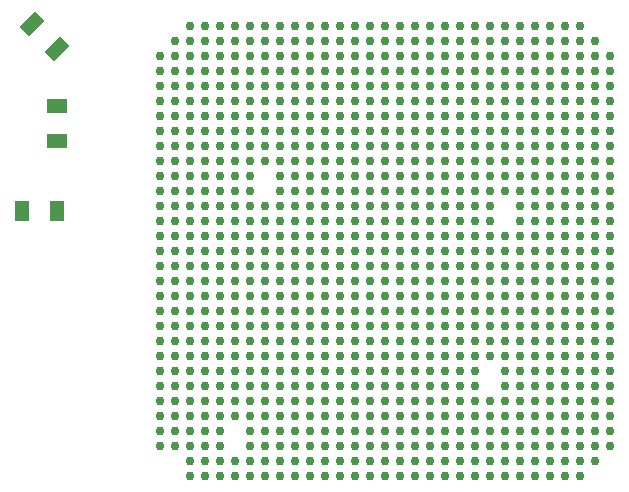
<source format=gtp>
%FSLAX44Y44*%
%MOMM*%
G71*
G01*
G75*
G04 Layer_Color=8421504*
%ADD10R,1.8000X1.1500*%
%ADD11C,0.7620*%
G04:AMPARAMS|DCode=12|XSize=1.15mm|YSize=1.8mm|CornerRadius=0mm|HoleSize=0mm|Usage=FLASHONLY|Rotation=135.000|XOffset=0mm|YOffset=0mm|HoleType=Round|Shape=Rectangle|*
%AMROTATEDRECTD12*
4,1,4,1.0430,0.2298,-0.2298,-1.0430,-1.0430,-0.2298,0.2298,1.0430,1.0430,0.2298,0.0*
%
%ADD12ROTATEDRECTD12*%

%ADD13R,1.1500X1.8000*%
%ADD14C,0.1500*%
%ADD15C,1.5000*%
%ADD16R,1.5000X1.5000*%
%ADD17R,1.5000X1.5000*%
%ADD18C,1.5240*%
%ADD19C,3.5000*%
%ADD20C,0.6000*%
%ADD21R,1.7000X1.1000*%
%ADD22R,1.1000X1.7000*%
G04:AMPARAMS|DCode=23|XSize=1.7mm|YSize=1.1mm|CornerRadius=0mm|HoleSize=0mm|Usage=FLASHONLY|Rotation=45.000|XOffset=0mm|YOffset=0mm|HoleType=Round|Shape=Rectangle|*
%AMROTATEDRECTD23*
4,1,4,-0.2121,-0.9900,-0.9900,-0.2121,0.2121,0.9900,0.9900,0.2121,-0.2121,-0.9900,0.0*
%
%ADD23ROTATEDRECTD23*%

%ADD24C,0.6000*%
%ADD25C,0.1000*%
%ADD26C,0.2540*%
%ADD27C,0.2000*%
%ADD28C,0.0178*%
%ADD29C,0.2032*%
D10*
X615724Y853412D02*
D03*
Y883412D02*
D03*
D11*
X702818Y849376D02*
D03*
X715518D02*
D03*
X702818Y874776D02*
D03*
X715518D02*
D03*
Y862076D02*
D03*
X728218D02*
D03*
X779018Y874776D02*
D03*
X791718D02*
D03*
X829818Y849376D02*
D03*
X842518D02*
D03*
X1071118Y582676D02*
D03*
X1058418D02*
D03*
X1045718D02*
D03*
X1033018D02*
D03*
X1020318D02*
D03*
X1007618D02*
D03*
X994918D02*
D03*
X982218D02*
D03*
X969518D02*
D03*
X956818D02*
D03*
X944118D02*
D03*
X931418D02*
D03*
X918718D02*
D03*
X906018D02*
D03*
X893318D02*
D03*
X880618D02*
D03*
X867918D02*
D03*
X855218D02*
D03*
X842518D02*
D03*
X829818D02*
D03*
X817118D02*
D03*
X804418D02*
D03*
X791718D02*
D03*
X779018D02*
D03*
X766318D02*
D03*
X753618D02*
D03*
X740918D02*
D03*
X728218D02*
D03*
Y950976D02*
D03*
X740918D02*
D03*
X753618D02*
D03*
X766318D02*
D03*
X779018D02*
D03*
X791718D02*
D03*
X804418D02*
D03*
X817118D02*
D03*
X829818D02*
D03*
X842518D02*
D03*
X855218D02*
D03*
X867918D02*
D03*
X880618D02*
D03*
X893318D02*
D03*
X906018D02*
D03*
X918718D02*
D03*
X931418D02*
D03*
X944118D02*
D03*
X956818D02*
D03*
X969518D02*
D03*
X982218D02*
D03*
X994918D02*
D03*
X1007618D02*
D03*
X1020318D02*
D03*
X1033018D02*
D03*
X1045718D02*
D03*
X1058418D02*
D03*
X715518Y938276D02*
D03*
X728218D02*
D03*
X740918D02*
D03*
X753618D02*
D03*
X766318D02*
D03*
X779018D02*
D03*
X791718D02*
D03*
X804418D02*
D03*
X817118D02*
D03*
X829818D02*
D03*
X842518D02*
D03*
X855218D02*
D03*
X867918D02*
D03*
X880618D02*
D03*
X893318D02*
D03*
X906018D02*
D03*
X918718D02*
D03*
X931418D02*
D03*
X944118D02*
D03*
X956818D02*
D03*
X969518D02*
D03*
X982218D02*
D03*
X994918D02*
D03*
X1007618D02*
D03*
X1020318D02*
D03*
X1033018D02*
D03*
X1045718D02*
D03*
X1058418D02*
D03*
X1071118D02*
D03*
X855218Y925576D02*
D03*
X867918D02*
D03*
X880618D02*
D03*
X893318D02*
D03*
X906018D02*
D03*
X918718D02*
D03*
X931418D02*
D03*
X944118D02*
D03*
X956818D02*
D03*
X969518D02*
D03*
X982218D02*
D03*
X994918D02*
D03*
X1007618D02*
D03*
X1020318D02*
D03*
X1033018D02*
D03*
X1045718D02*
D03*
X1058418D02*
D03*
X1071118D02*
D03*
X1083818D02*
D03*
X855218Y912876D02*
D03*
X867918D02*
D03*
X880618D02*
D03*
X893318D02*
D03*
X906018D02*
D03*
X918718D02*
D03*
X931418D02*
D03*
X944118D02*
D03*
X956818D02*
D03*
X969518D02*
D03*
X982218D02*
D03*
X994918D02*
D03*
X1007618D02*
D03*
X1020318D02*
D03*
X1033018D02*
D03*
X1045718D02*
D03*
X1058418D02*
D03*
X1071118D02*
D03*
X1083818D02*
D03*
X855218Y900176D02*
D03*
X867918D02*
D03*
X880618D02*
D03*
X893318D02*
D03*
X906018D02*
D03*
X918718D02*
D03*
X931418D02*
D03*
X944118D02*
D03*
X956818D02*
D03*
X969518D02*
D03*
X982218D02*
D03*
X994918D02*
D03*
X1007618D02*
D03*
X1020318D02*
D03*
X1033018D02*
D03*
X1045718D02*
D03*
X1058418D02*
D03*
X1071118D02*
D03*
X1083818D02*
D03*
X855218Y887476D02*
D03*
X867918D02*
D03*
X880618D02*
D03*
X893318D02*
D03*
X906018D02*
D03*
X918718D02*
D03*
X931418D02*
D03*
X944118D02*
D03*
X956818D02*
D03*
X969518D02*
D03*
X982218D02*
D03*
X994918D02*
D03*
X1007618D02*
D03*
X1020318D02*
D03*
X1033018D02*
D03*
X1045718D02*
D03*
X1058418D02*
D03*
X1071118D02*
D03*
X1083818D02*
D03*
X855218Y874776D02*
D03*
X867918D02*
D03*
X880618D02*
D03*
X893318D02*
D03*
X906018D02*
D03*
X918718D02*
D03*
X931418D02*
D03*
X944118D02*
D03*
X956818D02*
D03*
X969518D02*
D03*
X982218D02*
D03*
X994918D02*
D03*
X1007618D02*
D03*
X1020318D02*
D03*
X1033018D02*
D03*
X1045718D02*
D03*
X1058418D02*
D03*
X1071118D02*
D03*
X1083818D02*
D03*
X855218Y862076D02*
D03*
X867918D02*
D03*
X880618D02*
D03*
X893318D02*
D03*
X906018D02*
D03*
X918718D02*
D03*
X931418D02*
D03*
X944118D02*
D03*
X956818D02*
D03*
X969518D02*
D03*
X982218D02*
D03*
X994918D02*
D03*
X1007618D02*
D03*
X1020318D02*
D03*
X1033018D02*
D03*
X1045718D02*
D03*
X1058418D02*
D03*
X1071118D02*
D03*
X1083818D02*
D03*
X855218Y849376D02*
D03*
X867918D02*
D03*
X880618D02*
D03*
X893318D02*
D03*
X906018D02*
D03*
X918718D02*
D03*
X931418D02*
D03*
X944118D02*
D03*
X956818D02*
D03*
X969518D02*
D03*
X982218D02*
D03*
X994918D02*
D03*
X1007618D02*
D03*
X1020318D02*
D03*
X1033018D02*
D03*
X1045718D02*
D03*
X1058418D02*
D03*
X1071118D02*
D03*
X1083818D02*
D03*
X702818Y836676D02*
D03*
X715518D02*
D03*
X842518D02*
D03*
X855218D02*
D03*
X867918D02*
D03*
X880618D02*
D03*
X893318D02*
D03*
X906018D02*
D03*
X918718D02*
D03*
X931418D02*
D03*
X944118D02*
D03*
X956818D02*
D03*
X969518D02*
D03*
X982218D02*
D03*
X994918D02*
D03*
X1007618D02*
D03*
X1020318D02*
D03*
X1033018D02*
D03*
X1045718D02*
D03*
X1058418D02*
D03*
X1071118D02*
D03*
X1083818D02*
D03*
X702818Y823976D02*
D03*
X715518D02*
D03*
X728218D02*
D03*
X740918D02*
D03*
X753618D02*
D03*
X766318D02*
D03*
X779018D02*
D03*
X804418D02*
D03*
X817118D02*
D03*
X829818D02*
D03*
X842518D02*
D03*
X855218D02*
D03*
X867918D02*
D03*
X880618D02*
D03*
X893318D02*
D03*
X906018D02*
D03*
X918718D02*
D03*
X931418D02*
D03*
X944118D02*
D03*
X956818D02*
D03*
X969518D02*
D03*
X982218D02*
D03*
X994918D02*
D03*
X1007618D02*
D03*
X1020318D02*
D03*
X1033018D02*
D03*
X1045718D02*
D03*
X1058418D02*
D03*
X1071118D02*
D03*
X1083818D02*
D03*
X702818Y811276D02*
D03*
X715518D02*
D03*
X728218D02*
D03*
X740918D02*
D03*
X753618D02*
D03*
X766318D02*
D03*
X779018D02*
D03*
X804418D02*
D03*
X817118D02*
D03*
X829818D02*
D03*
X842518D02*
D03*
X855218D02*
D03*
X867918D02*
D03*
X880618D02*
D03*
X893318D02*
D03*
X906018D02*
D03*
X918718D02*
D03*
X931418D02*
D03*
X944118D02*
D03*
X956818D02*
D03*
X969518D02*
D03*
X982218D02*
D03*
X994918D02*
D03*
X1007618D02*
D03*
X1020318D02*
D03*
X1033018D02*
D03*
X1045718D02*
D03*
X1058418D02*
D03*
X1071118D02*
D03*
X1083818D02*
D03*
X702818Y798576D02*
D03*
X715518D02*
D03*
X728218D02*
D03*
X740918D02*
D03*
X753618D02*
D03*
X766318D02*
D03*
X779018D02*
D03*
X791718D02*
D03*
X804418D02*
D03*
X817118D02*
D03*
X829818D02*
D03*
X842518D02*
D03*
X855218D02*
D03*
X867918D02*
D03*
X880618D02*
D03*
X893318D02*
D03*
X906018D02*
D03*
X918718D02*
D03*
X931418D02*
D03*
X944118D02*
D03*
X956818D02*
D03*
X969518D02*
D03*
X982218D02*
D03*
X1007618D02*
D03*
X1020318D02*
D03*
X1033018D02*
D03*
X1045718D02*
D03*
X1058418D02*
D03*
X1071118D02*
D03*
X1083818D02*
D03*
X702818Y785876D02*
D03*
X715518D02*
D03*
X728218D02*
D03*
X740918D02*
D03*
X753618D02*
D03*
X766318D02*
D03*
X779018D02*
D03*
X791718D02*
D03*
X804418D02*
D03*
X817118D02*
D03*
X829818D02*
D03*
X842518D02*
D03*
X855218D02*
D03*
X867918D02*
D03*
X880618D02*
D03*
X893318D02*
D03*
X906018D02*
D03*
X918718D02*
D03*
X931418D02*
D03*
X944118D02*
D03*
X956818D02*
D03*
X969518D02*
D03*
X982218D02*
D03*
X1007618D02*
D03*
X1020318D02*
D03*
X1033018D02*
D03*
X1045718D02*
D03*
X1058418D02*
D03*
X1071118D02*
D03*
X1083818D02*
D03*
X702818Y773176D02*
D03*
X715518D02*
D03*
X728218D02*
D03*
X740918D02*
D03*
X753618D02*
D03*
X766318D02*
D03*
X779018D02*
D03*
X791718D02*
D03*
X804418D02*
D03*
X817118D02*
D03*
X829818D02*
D03*
X842518D02*
D03*
X855218D02*
D03*
X867918D02*
D03*
X880618D02*
D03*
X893318D02*
D03*
X906018D02*
D03*
X918718D02*
D03*
X931418D02*
D03*
X944118D02*
D03*
X956818D02*
D03*
X969518D02*
D03*
X982218D02*
D03*
X994918D02*
D03*
X1007618D02*
D03*
X1020318D02*
D03*
X1033018D02*
D03*
X1045718D02*
D03*
X1058418D02*
D03*
X1071118D02*
D03*
X1083818D02*
D03*
X702818Y760476D02*
D03*
X715518D02*
D03*
X728218D02*
D03*
X740918D02*
D03*
X753618D02*
D03*
X766318D02*
D03*
X779018D02*
D03*
X791718D02*
D03*
X804418D02*
D03*
X817118D02*
D03*
X829818D02*
D03*
X842518D02*
D03*
X855218D02*
D03*
X867918D02*
D03*
X880618D02*
D03*
X893318D02*
D03*
X906018D02*
D03*
X918718D02*
D03*
X931418D02*
D03*
X944118D02*
D03*
X956818D02*
D03*
X969518D02*
D03*
X982218D02*
D03*
X994918D02*
D03*
X1007618D02*
D03*
X1020318D02*
D03*
X1033018D02*
D03*
X1045718D02*
D03*
X1058418D02*
D03*
X1071118D02*
D03*
X1083818D02*
D03*
X702818Y747776D02*
D03*
X715518D02*
D03*
X728218D02*
D03*
X740918D02*
D03*
X753618D02*
D03*
X766318D02*
D03*
X779018D02*
D03*
X791718D02*
D03*
X804418D02*
D03*
X817118D02*
D03*
X829818D02*
D03*
X842518D02*
D03*
X855218D02*
D03*
X867918D02*
D03*
X880618D02*
D03*
X893318D02*
D03*
X906018D02*
D03*
X918718D02*
D03*
X931418D02*
D03*
X944118D02*
D03*
X956818D02*
D03*
X969518D02*
D03*
X982218D02*
D03*
X994918D02*
D03*
X1007618D02*
D03*
X1020318D02*
D03*
X1033018D02*
D03*
X1045718D02*
D03*
X1058418D02*
D03*
X1071118D02*
D03*
X1083818D02*
D03*
X702818Y735076D02*
D03*
X715518D02*
D03*
X728218D02*
D03*
X740918D02*
D03*
X753618D02*
D03*
X766318D02*
D03*
X779018D02*
D03*
X791718D02*
D03*
X804418D02*
D03*
X817118D02*
D03*
X829818D02*
D03*
X842518D02*
D03*
X855218D02*
D03*
X867918D02*
D03*
X880618D02*
D03*
X893318D02*
D03*
X906018D02*
D03*
X918718D02*
D03*
X931418D02*
D03*
X944118D02*
D03*
X956818D02*
D03*
X969518D02*
D03*
X982218D02*
D03*
X994918D02*
D03*
X1007618D02*
D03*
X1020318D02*
D03*
X1033018D02*
D03*
X1045718D02*
D03*
X1058418D02*
D03*
X1071118D02*
D03*
X1083818D02*
D03*
X702818Y722376D02*
D03*
X715518D02*
D03*
X728218D02*
D03*
X740918D02*
D03*
X753618D02*
D03*
X766318D02*
D03*
X779018D02*
D03*
X791718D02*
D03*
X804418D02*
D03*
X817118D02*
D03*
X829818D02*
D03*
X842518D02*
D03*
X855218D02*
D03*
X867918D02*
D03*
X880618D02*
D03*
X893318D02*
D03*
X906018D02*
D03*
X918718D02*
D03*
X931418D02*
D03*
X944118D02*
D03*
X956818D02*
D03*
X969518D02*
D03*
X982218D02*
D03*
X994918D02*
D03*
X1007618D02*
D03*
X1020318D02*
D03*
X1033018D02*
D03*
X1045718D02*
D03*
X1058418D02*
D03*
X1071118D02*
D03*
X1083818D02*
D03*
X702818Y709676D02*
D03*
X715518D02*
D03*
X728218D02*
D03*
X740918D02*
D03*
X753618D02*
D03*
X766318D02*
D03*
X779018D02*
D03*
X791718D02*
D03*
X804418D02*
D03*
X817118D02*
D03*
X829818D02*
D03*
X842518D02*
D03*
X855218D02*
D03*
X867918D02*
D03*
X880618D02*
D03*
X893318D02*
D03*
X906018D02*
D03*
X918718D02*
D03*
X931418D02*
D03*
X944118D02*
D03*
X956818D02*
D03*
X969518D02*
D03*
X982218D02*
D03*
X994918D02*
D03*
X1007618D02*
D03*
X1020318D02*
D03*
X1033018D02*
D03*
X1045718D02*
D03*
X1058418D02*
D03*
X1071118D02*
D03*
X1083818D02*
D03*
X702818Y696976D02*
D03*
X715518D02*
D03*
X728218D02*
D03*
X740918D02*
D03*
X753618D02*
D03*
X766318D02*
D03*
X779018D02*
D03*
X791718D02*
D03*
X804418D02*
D03*
X817118D02*
D03*
X829818D02*
D03*
X842518D02*
D03*
X855218D02*
D03*
X867918D02*
D03*
X880618D02*
D03*
X893318D02*
D03*
X906018D02*
D03*
X918718D02*
D03*
X931418D02*
D03*
X944118D02*
D03*
X956818D02*
D03*
X969518D02*
D03*
X982218D02*
D03*
X994918D02*
D03*
X1007618D02*
D03*
X1020318D02*
D03*
X1033018D02*
D03*
X1045718D02*
D03*
X1058418D02*
D03*
X1071118D02*
D03*
X1083818D02*
D03*
X702818Y684276D02*
D03*
X715518D02*
D03*
X728218D02*
D03*
X740918D02*
D03*
X753618D02*
D03*
X766318D02*
D03*
X779018D02*
D03*
X791718D02*
D03*
X804418D02*
D03*
X817118D02*
D03*
X829818D02*
D03*
X842518D02*
D03*
X855218D02*
D03*
X867918D02*
D03*
X880618D02*
D03*
X893318D02*
D03*
X906018D02*
D03*
X918718D02*
D03*
X931418D02*
D03*
X944118D02*
D03*
X956818D02*
D03*
X969518D02*
D03*
X982218D02*
D03*
X994918D02*
D03*
X1007618D02*
D03*
X1020318D02*
D03*
X1033018D02*
D03*
X1045718D02*
D03*
X1058418D02*
D03*
X1071118D02*
D03*
X1083818D02*
D03*
X702818Y671576D02*
D03*
X715518D02*
D03*
X728218D02*
D03*
X740918D02*
D03*
X753618D02*
D03*
X766318D02*
D03*
X779018D02*
D03*
X791718D02*
D03*
X804418D02*
D03*
X817118D02*
D03*
X829818D02*
D03*
X842518D02*
D03*
X855218D02*
D03*
X867918D02*
D03*
X880618D02*
D03*
X893318D02*
D03*
X906018D02*
D03*
X918718D02*
D03*
X931418D02*
D03*
X944118D02*
D03*
X956818D02*
D03*
X969518D02*
D03*
X982218D02*
D03*
X994918D02*
D03*
X1007618D02*
D03*
X1020318D02*
D03*
X1033018D02*
D03*
X1045718D02*
D03*
X1058418D02*
D03*
X1071118D02*
D03*
X1083818D02*
D03*
X702818Y658876D02*
D03*
X715518D02*
D03*
X728218D02*
D03*
X740918D02*
D03*
X753618D02*
D03*
X766318D02*
D03*
X779018D02*
D03*
X791718D02*
D03*
X804418D02*
D03*
X817118D02*
D03*
X829818D02*
D03*
X842518D02*
D03*
X855218D02*
D03*
X867918D02*
D03*
X880618D02*
D03*
X893318D02*
D03*
X906018D02*
D03*
X918718D02*
D03*
X931418D02*
D03*
X944118D02*
D03*
X956818D02*
D03*
X969518D02*
D03*
X994918D02*
D03*
X1007618D02*
D03*
X1020318D02*
D03*
X1033018D02*
D03*
X1045718D02*
D03*
X1058418D02*
D03*
X1071118D02*
D03*
X1083818D02*
D03*
X702818Y646176D02*
D03*
X715518D02*
D03*
X728218D02*
D03*
X740918D02*
D03*
X753618D02*
D03*
X766318D02*
D03*
X779018D02*
D03*
X791718D02*
D03*
X804418D02*
D03*
X817118D02*
D03*
X829818D02*
D03*
X842518D02*
D03*
X855218D02*
D03*
X867918D02*
D03*
X880618D02*
D03*
X893318D02*
D03*
X906018D02*
D03*
X918718D02*
D03*
X931418D02*
D03*
X944118D02*
D03*
X956818D02*
D03*
X969518D02*
D03*
X994918D02*
D03*
X1007618D02*
D03*
X1020318D02*
D03*
X1033018D02*
D03*
X1045718D02*
D03*
X1058418D02*
D03*
X1071118D02*
D03*
X1083818D02*
D03*
X702818Y633476D02*
D03*
X715518D02*
D03*
X728218D02*
D03*
X740918D02*
D03*
X753618D02*
D03*
X766318D02*
D03*
X779018D02*
D03*
X791718D02*
D03*
X804418D02*
D03*
X817118D02*
D03*
X829818D02*
D03*
X842518D02*
D03*
X855218D02*
D03*
X867918D02*
D03*
X880618D02*
D03*
X893318D02*
D03*
X906018D02*
D03*
X918718D02*
D03*
X931418D02*
D03*
X944118D02*
D03*
X956818D02*
D03*
X969518D02*
D03*
X982218D02*
D03*
X994918D02*
D03*
X1007618D02*
D03*
X1020318D02*
D03*
X1033018D02*
D03*
X1045718D02*
D03*
X1058418D02*
D03*
X1071118D02*
D03*
X1083818D02*
D03*
X702818Y620776D02*
D03*
X715518D02*
D03*
X728218D02*
D03*
X740918D02*
D03*
X753618D02*
D03*
X766318D02*
D03*
X779018D02*
D03*
X791718D02*
D03*
X804418D02*
D03*
X817118D02*
D03*
X829818D02*
D03*
X842518D02*
D03*
X855218D02*
D03*
X867918D02*
D03*
X880618D02*
D03*
X893318D02*
D03*
X906018D02*
D03*
X918718D02*
D03*
X931418D02*
D03*
X944118D02*
D03*
X956818D02*
D03*
X969518D02*
D03*
X982218D02*
D03*
X994918D02*
D03*
X1007618D02*
D03*
X1020318D02*
D03*
X1033018D02*
D03*
X1045718D02*
D03*
X1058418D02*
D03*
X1071118D02*
D03*
X1083818D02*
D03*
X702818Y608076D02*
D03*
X715518D02*
D03*
X728218D02*
D03*
X740918D02*
D03*
X753618D02*
D03*
X779018D02*
D03*
X791718D02*
D03*
X804418D02*
D03*
X817118D02*
D03*
X829818D02*
D03*
X842518D02*
D03*
X855218D02*
D03*
X867918D02*
D03*
X880618D02*
D03*
X893318D02*
D03*
X906018D02*
D03*
X918718D02*
D03*
X931418D02*
D03*
X944118D02*
D03*
X956818D02*
D03*
X969518D02*
D03*
X982218D02*
D03*
X994918D02*
D03*
X1007618D02*
D03*
X1020318D02*
D03*
X1033018D02*
D03*
X1045718D02*
D03*
X1058418D02*
D03*
X1071118D02*
D03*
X1083818D02*
D03*
X702818Y595376D02*
D03*
X715518D02*
D03*
X728218D02*
D03*
X740918D02*
D03*
X753618D02*
D03*
X779018D02*
D03*
X791718D02*
D03*
X804418D02*
D03*
X817118D02*
D03*
X829818D02*
D03*
X842518D02*
D03*
X855218D02*
D03*
X867918D02*
D03*
X880618D02*
D03*
X893318D02*
D03*
X906018D02*
D03*
X918718D02*
D03*
X931418D02*
D03*
X944118D02*
D03*
X956818D02*
D03*
X969518D02*
D03*
X982218D02*
D03*
X994918D02*
D03*
X1007618D02*
D03*
X1020318D02*
D03*
X1033018D02*
D03*
X1045718D02*
D03*
X1058418D02*
D03*
X1071118D02*
D03*
X1083818D02*
D03*
X728218Y569976D02*
D03*
X740918D02*
D03*
X753618D02*
D03*
X766318D02*
D03*
X779018D02*
D03*
X791718D02*
D03*
X804418D02*
D03*
X817118D02*
D03*
X829818D02*
D03*
X842518D02*
D03*
X855218D02*
D03*
X867918D02*
D03*
X880618D02*
D03*
X893318D02*
D03*
X906018D02*
D03*
X918718D02*
D03*
X931418D02*
D03*
X944118D02*
D03*
X956818D02*
D03*
X969518D02*
D03*
X982218D02*
D03*
X994918D02*
D03*
X1007618D02*
D03*
X1020318D02*
D03*
X1033018D02*
D03*
X1045718D02*
D03*
X1058418D02*
D03*
X728218Y836676D02*
D03*
X740918D02*
D03*
X753618D02*
D03*
X766318D02*
D03*
X779018D02*
D03*
X791718D02*
D03*
X804418D02*
D03*
X817118D02*
D03*
X829818D02*
D03*
X817118Y849376D02*
D03*
X804418D02*
D03*
X791718D02*
D03*
X779018D02*
D03*
X766318D02*
D03*
X753618D02*
D03*
X740918D02*
D03*
X728218D02*
D03*
X829818Y874776D02*
D03*
X817118D02*
D03*
X804418D02*
D03*
X766318D02*
D03*
X753618D02*
D03*
X740918D02*
D03*
X728218D02*
D03*
X829818Y887476D02*
D03*
X817118D02*
D03*
X804418D02*
D03*
X791718D02*
D03*
X779018D02*
D03*
X766318D02*
D03*
X753618D02*
D03*
X740918D02*
D03*
X728218D02*
D03*
X715518D02*
D03*
X702818D02*
D03*
X829818Y900176D02*
D03*
X817118D02*
D03*
X804418D02*
D03*
X791718D02*
D03*
X779018D02*
D03*
X766318D02*
D03*
X753618D02*
D03*
X740918D02*
D03*
X728218D02*
D03*
X715518D02*
D03*
X702818D02*
D03*
X829818Y912876D02*
D03*
X817118D02*
D03*
X804418D02*
D03*
X791718D02*
D03*
X779018D02*
D03*
X766318D02*
D03*
X753618D02*
D03*
X740918D02*
D03*
X728218D02*
D03*
X715518D02*
D03*
X702818D02*
D03*
X829818Y925576D02*
D03*
X817118D02*
D03*
X804418D02*
D03*
X791718D02*
D03*
X779018D02*
D03*
X766318D02*
D03*
X753618D02*
D03*
X740918D02*
D03*
X728218D02*
D03*
X715518D02*
D03*
X702818D02*
D03*
X842518Y874776D02*
D03*
Y887476D02*
D03*
Y900176D02*
D03*
Y912876D02*
D03*
Y925576D02*
D03*
Y862076D02*
D03*
X702818D02*
D03*
X740918D02*
D03*
X753618D02*
D03*
X766318D02*
D03*
X779018D02*
D03*
X791718D02*
D03*
X804418D02*
D03*
X817118D02*
D03*
X829818D02*
D03*
D12*
X615442Y931418D02*
D03*
X594229Y952631D02*
D03*
D13*
X585696Y794004D02*
D03*
X615696D02*
D03*
M02*

</source>
